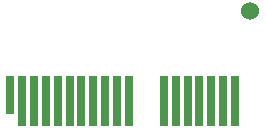
<source format=gbr>
%TF.GenerationSoftware,KiCad,Pcbnew,(6.0.6)*%
%TF.CreationDate,2023-06-01T04:25:58-08:00*%
%TF.ProjectId,FanSpeed_Controller,46616e53-7065-4656-945f-436f6e74726f,rev?*%
%TF.SameCoordinates,Original*%
%TF.FileFunction,Soldermask,Bot*%
%TF.FilePolarity,Negative*%
%FSLAX46Y46*%
G04 Gerber Fmt 4.6, Leading zero omitted, Abs format (unit mm)*
G04 Created by KiCad (PCBNEW (6.0.6)) date 2023-06-01 04:25:58*
%MOMM*%
%LPD*%
G01*
G04 APERTURE LIST*
%ADD10C,1.524000*%
%ADD11R,0.700000X3.200000*%
%ADD12R,0.700000X4.300000*%
G04 APERTURE END LIST*
D10*
%TO.C,REF\u002A\u002A*%
X110400000Y-34920000D03*
D11*
X90080000Y-41990000D03*
D12*
X91080000Y-42540000D03*
X92080000Y-42540000D03*
X93080000Y-42540000D03*
X94080000Y-42540000D03*
X95080000Y-42540000D03*
X96080000Y-42540000D03*
X97080000Y-42540000D03*
X98080000Y-42540000D03*
X99080000Y-42540000D03*
X100080000Y-42540000D03*
X103080000Y-42540000D03*
X104080000Y-42540000D03*
X105080000Y-42540000D03*
X106080000Y-42540000D03*
X107080000Y-42540000D03*
X108080000Y-42540000D03*
X109080000Y-42540000D03*
%TD*%
M02*

</source>
